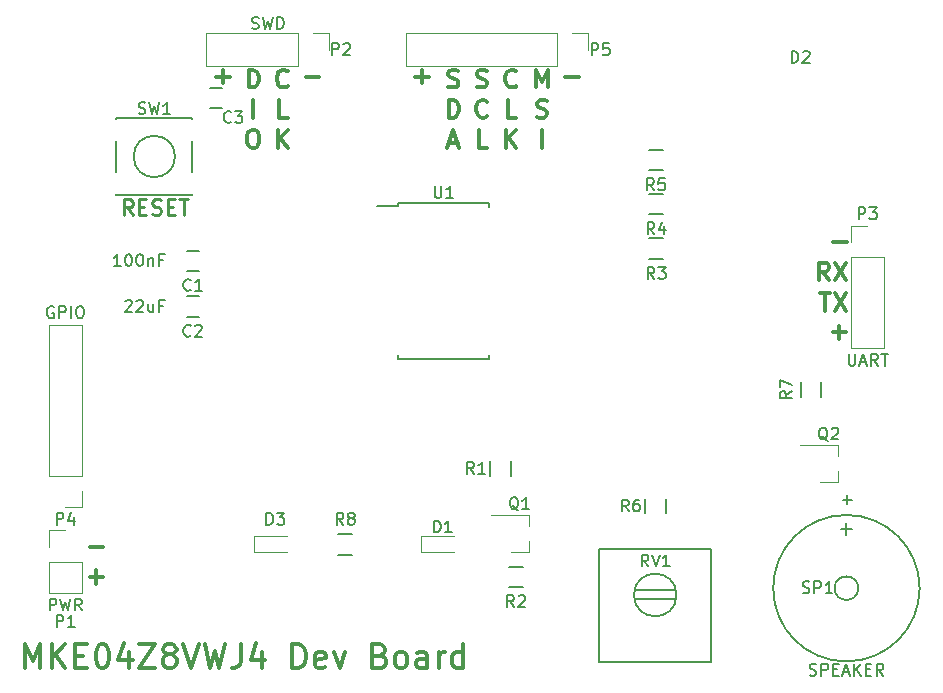
<source format=gto>
G04 #@! TF.FileFunction,Legend,Top*
%FSLAX46Y46*%
G04 Gerber Fmt 4.6, Leading zero omitted, Abs format (unit mm)*
G04 Created by KiCad (PCBNEW 4.0.4+e1-6308~48~ubuntu16.04.1-stable) date Thu Jan  5 19:53:31 2017*
%MOMM*%
%LPD*%
G01*
G04 APERTURE LIST*
%ADD10C,0.100000*%
%ADD11C,0.300000*%
%ADD12C,0.240000*%
%ADD13C,0.380000*%
%ADD14C,0.150000*%
%ADD15C,0.120000*%
G04 APERTURE END LIST*
D10*
D11*
X105103572Y-94232143D02*
X106246429Y-94232143D01*
X105103572Y-96757143D02*
X106246429Y-96757143D01*
X105675000Y-97328571D02*
X105675000Y-96185714D01*
X168003572Y-76032143D02*
X169146429Y-76032143D01*
X168575000Y-76603571D02*
X168575000Y-75460714D01*
X166957143Y-72703571D02*
X167814286Y-72703571D01*
X167385715Y-74203571D02*
X167385715Y-72703571D01*
X168171429Y-72703571D02*
X169171429Y-74203571D01*
X169171429Y-72703571D02*
X168171429Y-74203571D01*
X167675001Y-71628571D02*
X167175001Y-70914286D01*
X166817858Y-71628571D02*
X166817858Y-70128571D01*
X167389286Y-70128571D01*
X167532144Y-70200000D01*
X167603572Y-70271429D01*
X167675001Y-70414286D01*
X167675001Y-70628571D01*
X167603572Y-70771429D01*
X167532144Y-70842857D01*
X167389286Y-70914286D01*
X166817858Y-70914286D01*
X168175001Y-70128571D02*
X169175001Y-71628571D01*
X169175001Y-70128571D02*
X168175001Y-71628571D01*
X168053572Y-68382143D02*
X169196429Y-68382143D01*
D12*
X108736906Y-66088095D02*
X108303573Y-65469048D01*
X107994049Y-66088095D02*
X107994049Y-64788095D01*
X108489287Y-64788095D01*
X108613096Y-64850000D01*
X108675001Y-64911905D01*
X108736906Y-65035714D01*
X108736906Y-65221429D01*
X108675001Y-65345238D01*
X108613096Y-65407143D01*
X108489287Y-65469048D01*
X107994049Y-65469048D01*
X109294049Y-65407143D02*
X109727382Y-65407143D01*
X109913096Y-66088095D02*
X109294049Y-66088095D01*
X109294049Y-64788095D01*
X109913096Y-64788095D01*
X110408334Y-66026190D02*
X110594048Y-66088095D01*
X110903572Y-66088095D01*
X111027382Y-66026190D01*
X111089286Y-65964286D01*
X111151191Y-65840476D01*
X111151191Y-65716667D01*
X111089286Y-65592857D01*
X111027382Y-65530952D01*
X110903572Y-65469048D01*
X110655953Y-65407143D01*
X110532144Y-65345238D01*
X110470239Y-65283333D01*
X110408334Y-65159524D01*
X110408334Y-65035714D01*
X110470239Y-64911905D01*
X110532144Y-64850000D01*
X110655953Y-64788095D01*
X110965477Y-64788095D01*
X111151191Y-64850000D01*
X111708334Y-65407143D02*
X112141667Y-65407143D01*
X112327381Y-66088095D02*
X111708334Y-66088095D01*
X111708334Y-64788095D01*
X112327381Y-64788095D01*
X112698810Y-64788095D02*
X113441667Y-64788095D01*
X113070238Y-66088095D02*
X113070238Y-64788095D01*
D11*
X142900000Y-55303571D02*
X142900000Y-53803571D01*
X143400000Y-54875000D01*
X143900000Y-53803571D01*
X143900000Y-55303571D01*
X142971429Y-57782143D02*
X143185715Y-57853571D01*
X143542858Y-57853571D01*
X143685715Y-57782143D01*
X143757144Y-57710714D01*
X143828572Y-57567857D01*
X143828572Y-57425000D01*
X143757144Y-57282143D01*
X143685715Y-57210714D01*
X143542858Y-57139286D01*
X143257144Y-57067857D01*
X143114286Y-56996429D01*
X143042858Y-56925000D01*
X142971429Y-56782143D01*
X142971429Y-56639286D01*
X143042858Y-56496429D01*
X143114286Y-56425000D01*
X143257144Y-56353571D01*
X143614286Y-56353571D01*
X143828572Y-56425000D01*
X143400000Y-60403571D02*
X143400000Y-58903571D01*
X141239286Y-55160714D02*
X141167857Y-55232143D01*
X140953571Y-55303571D01*
X140810714Y-55303571D01*
X140596429Y-55232143D01*
X140453571Y-55089286D01*
X140382143Y-54946429D01*
X140310714Y-54660714D01*
X140310714Y-54446429D01*
X140382143Y-54160714D01*
X140453571Y-54017857D01*
X140596429Y-53875000D01*
X140810714Y-53803571D01*
X140953571Y-53803571D01*
X141167857Y-53875000D01*
X141239286Y-53946429D01*
X141239286Y-57853571D02*
X140525000Y-57853571D01*
X140525000Y-56353571D01*
X140382143Y-60403571D02*
X140382143Y-58903571D01*
X141239286Y-60403571D02*
X140596429Y-59546429D01*
X141239286Y-58903571D02*
X140382143Y-59760714D01*
X137871429Y-55232143D02*
X138085715Y-55303571D01*
X138442858Y-55303571D01*
X138585715Y-55232143D01*
X138657144Y-55160714D01*
X138728572Y-55017857D01*
X138728572Y-54875000D01*
X138657144Y-54732143D01*
X138585715Y-54660714D01*
X138442858Y-54589286D01*
X138157144Y-54517857D01*
X138014286Y-54446429D01*
X137942858Y-54375000D01*
X137871429Y-54232143D01*
X137871429Y-54089286D01*
X137942858Y-53946429D01*
X138014286Y-53875000D01*
X138157144Y-53803571D01*
X138514286Y-53803571D01*
X138728572Y-53875000D01*
X138764286Y-57710714D02*
X138692857Y-57782143D01*
X138478571Y-57853571D01*
X138335714Y-57853571D01*
X138121429Y-57782143D01*
X137978571Y-57639286D01*
X137907143Y-57496429D01*
X137835714Y-57210714D01*
X137835714Y-56996429D01*
X137907143Y-56710714D01*
X137978571Y-56567857D01*
X138121429Y-56425000D01*
X138335714Y-56353571D01*
X138478571Y-56353571D01*
X138692857Y-56425000D01*
X138764286Y-56496429D01*
X138764286Y-60403571D02*
X138050000Y-60403571D01*
X138050000Y-58903571D01*
X135471429Y-55232143D02*
X135685715Y-55303571D01*
X136042858Y-55303571D01*
X136185715Y-55232143D01*
X136257144Y-55160714D01*
X136328572Y-55017857D01*
X136328572Y-54875000D01*
X136257144Y-54732143D01*
X136185715Y-54660714D01*
X136042858Y-54589286D01*
X135757144Y-54517857D01*
X135614286Y-54446429D01*
X135542858Y-54375000D01*
X135471429Y-54232143D01*
X135471429Y-54089286D01*
X135542858Y-53946429D01*
X135614286Y-53875000D01*
X135757144Y-53803571D01*
X136114286Y-53803571D01*
X136328572Y-53875000D01*
X135507143Y-57853571D02*
X135507143Y-56353571D01*
X135864286Y-56353571D01*
X136078571Y-56425000D01*
X136221429Y-56567857D01*
X136292857Y-56710714D01*
X136364286Y-56996429D01*
X136364286Y-57210714D01*
X136292857Y-57496429D01*
X136221429Y-57639286D01*
X136078571Y-57782143D01*
X135864286Y-57853571D01*
X135507143Y-57853571D01*
X135542857Y-59975000D02*
X136257143Y-59975000D01*
X135400000Y-60403571D02*
X135900000Y-58903571D01*
X136400000Y-60403571D01*
X145378572Y-54382143D02*
X146521429Y-54382143D01*
X132678572Y-54382143D02*
X133821429Y-54382143D01*
X133250000Y-54953571D02*
X133250000Y-53810714D01*
X123403572Y-54382143D02*
X124546429Y-54382143D01*
X121864286Y-55160714D02*
X121792857Y-55232143D01*
X121578571Y-55303571D01*
X121435714Y-55303571D01*
X121221429Y-55232143D01*
X121078571Y-55089286D01*
X121007143Y-54946429D01*
X120935714Y-54660714D01*
X120935714Y-54446429D01*
X121007143Y-54160714D01*
X121078571Y-54017857D01*
X121221429Y-53875000D01*
X121435714Y-53803571D01*
X121578571Y-53803571D01*
X121792857Y-53875000D01*
X121864286Y-53946429D01*
X121864286Y-57853571D02*
X121150000Y-57853571D01*
X121150000Y-56353571D01*
X121007143Y-60403571D02*
X121007143Y-58903571D01*
X121864286Y-60403571D02*
X121221429Y-59546429D01*
X121864286Y-58903571D02*
X121007143Y-59760714D01*
X118557143Y-55303571D02*
X118557143Y-53803571D01*
X118914286Y-53803571D01*
X119128571Y-53875000D01*
X119271429Y-54017857D01*
X119342857Y-54160714D01*
X119414286Y-54446429D01*
X119414286Y-54660714D01*
X119342857Y-54946429D01*
X119271429Y-55089286D01*
X119128571Y-55232143D01*
X118914286Y-55303571D01*
X118557143Y-55303571D01*
X118950000Y-57853571D02*
X118950000Y-56353571D01*
X118807143Y-58903571D02*
X119092857Y-58903571D01*
X119235715Y-58975000D01*
X119378572Y-59117857D01*
X119450000Y-59403571D01*
X119450000Y-59903571D01*
X119378572Y-60189286D01*
X119235715Y-60332143D01*
X119092857Y-60403571D01*
X118807143Y-60403571D01*
X118664286Y-60332143D01*
X118521429Y-60189286D01*
X118450000Y-59903571D01*
X118450000Y-59403571D01*
X118521429Y-59117857D01*
X118664286Y-58975000D01*
X118807143Y-58903571D01*
X115828572Y-54382143D02*
X116971429Y-54382143D01*
X116400000Y-54953571D02*
X116400000Y-53810714D01*
D13*
X99603570Y-104454762D02*
X99603570Y-102454762D01*
X100270237Y-103883333D01*
X100936904Y-102454762D01*
X100936904Y-104454762D01*
X101889284Y-104454762D02*
X101889284Y-102454762D01*
X103032142Y-104454762D02*
X102174999Y-103311905D01*
X103032142Y-102454762D02*
X101889284Y-103597619D01*
X103889284Y-103407143D02*
X104555951Y-103407143D01*
X104841665Y-104454762D02*
X103889284Y-104454762D01*
X103889284Y-102454762D01*
X104841665Y-102454762D01*
X106079761Y-102454762D02*
X106270237Y-102454762D01*
X106460713Y-102550000D01*
X106555951Y-102645238D01*
X106651189Y-102835714D01*
X106746428Y-103216667D01*
X106746428Y-103692857D01*
X106651189Y-104073810D01*
X106555951Y-104264286D01*
X106460713Y-104359524D01*
X106270237Y-104454762D01*
X106079761Y-104454762D01*
X105889285Y-104359524D01*
X105794047Y-104264286D01*
X105698808Y-104073810D01*
X105603570Y-103692857D01*
X105603570Y-103216667D01*
X105698808Y-102835714D01*
X105794047Y-102645238D01*
X105889285Y-102550000D01*
X106079761Y-102454762D01*
X108460713Y-103121429D02*
X108460713Y-104454762D01*
X107984523Y-102359524D02*
X107508332Y-103788095D01*
X108746428Y-103788095D01*
X109317856Y-102454762D02*
X110651190Y-102454762D01*
X109317856Y-104454762D01*
X110651190Y-104454762D01*
X111698809Y-103311905D02*
X111508333Y-103216667D01*
X111413094Y-103121429D01*
X111317856Y-102930952D01*
X111317856Y-102835714D01*
X111413094Y-102645238D01*
X111508333Y-102550000D01*
X111698809Y-102454762D01*
X112079761Y-102454762D01*
X112270237Y-102550000D01*
X112365475Y-102645238D01*
X112460714Y-102835714D01*
X112460714Y-102930952D01*
X112365475Y-103121429D01*
X112270237Y-103216667D01*
X112079761Y-103311905D01*
X111698809Y-103311905D01*
X111508333Y-103407143D01*
X111413094Y-103502381D01*
X111317856Y-103692857D01*
X111317856Y-104073810D01*
X111413094Y-104264286D01*
X111508333Y-104359524D01*
X111698809Y-104454762D01*
X112079761Y-104454762D01*
X112270237Y-104359524D01*
X112365475Y-104264286D01*
X112460714Y-104073810D01*
X112460714Y-103692857D01*
X112365475Y-103502381D01*
X112270237Y-103407143D01*
X112079761Y-103311905D01*
X113032142Y-102454762D02*
X113698809Y-104454762D01*
X114365476Y-102454762D01*
X114841666Y-102454762D02*
X115317857Y-104454762D01*
X115698809Y-103026190D01*
X116079762Y-104454762D01*
X116555952Y-102454762D01*
X117889285Y-102454762D02*
X117889285Y-103883333D01*
X117794047Y-104169048D01*
X117603571Y-104359524D01*
X117317856Y-104454762D01*
X117127380Y-104454762D01*
X119698809Y-103121429D02*
X119698809Y-104454762D01*
X119222619Y-102359524D02*
X118746428Y-103788095D01*
X119984524Y-103788095D01*
X122270238Y-104454762D02*
X122270238Y-102454762D01*
X122746429Y-102454762D01*
X123032143Y-102550000D01*
X123222619Y-102740476D01*
X123317858Y-102930952D01*
X123413096Y-103311905D01*
X123413096Y-103597619D01*
X123317858Y-103978571D01*
X123222619Y-104169048D01*
X123032143Y-104359524D01*
X122746429Y-104454762D01*
X122270238Y-104454762D01*
X125032143Y-104359524D02*
X124841667Y-104454762D01*
X124460715Y-104454762D01*
X124270238Y-104359524D01*
X124175000Y-104169048D01*
X124175000Y-103407143D01*
X124270238Y-103216667D01*
X124460715Y-103121429D01*
X124841667Y-103121429D01*
X125032143Y-103216667D01*
X125127381Y-103407143D01*
X125127381Y-103597619D01*
X124175000Y-103788095D01*
X125794048Y-103121429D02*
X126270239Y-104454762D01*
X126746429Y-103121429D01*
X129698811Y-103407143D02*
X129984525Y-103502381D01*
X130079764Y-103597619D01*
X130175002Y-103788095D01*
X130175002Y-104073810D01*
X130079764Y-104264286D01*
X129984525Y-104359524D01*
X129794049Y-104454762D01*
X129032144Y-104454762D01*
X129032144Y-102454762D01*
X129698811Y-102454762D01*
X129889287Y-102550000D01*
X129984525Y-102645238D01*
X130079764Y-102835714D01*
X130079764Y-103026190D01*
X129984525Y-103216667D01*
X129889287Y-103311905D01*
X129698811Y-103407143D01*
X129032144Y-103407143D01*
X131317859Y-104454762D02*
X131127383Y-104359524D01*
X131032144Y-104264286D01*
X130936906Y-104073810D01*
X130936906Y-103502381D01*
X131032144Y-103311905D01*
X131127383Y-103216667D01*
X131317859Y-103121429D01*
X131603573Y-103121429D01*
X131794049Y-103216667D01*
X131889287Y-103311905D01*
X131984525Y-103502381D01*
X131984525Y-104073810D01*
X131889287Y-104264286D01*
X131794049Y-104359524D01*
X131603573Y-104454762D01*
X131317859Y-104454762D01*
X133698811Y-104454762D02*
X133698811Y-103407143D01*
X133603573Y-103216667D01*
X133413097Y-103121429D01*
X133032145Y-103121429D01*
X132841668Y-103216667D01*
X133698811Y-104359524D02*
X133508335Y-104454762D01*
X133032145Y-104454762D01*
X132841668Y-104359524D01*
X132746430Y-104169048D01*
X132746430Y-103978571D01*
X132841668Y-103788095D01*
X133032145Y-103692857D01*
X133508335Y-103692857D01*
X133698811Y-103597619D01*
X134651192Y-104454762D02*
X134651192Y-103121429D01*
X134651192Y-103502381D02*
X134746431Y-103311905D01*
X134841669Y-103216667D01*
X135032145Y-103121429D01*
X135222621Y-103121429D01*
X136746430Y-104454762D02*
X136746430Y-102454762D01*
X136746430Y-104359524D02*
X136555954Y-104454762D01*
X136175002Y-104454762D01*
X135984526Y-104359524D01*
X135889287Y-104264286D01*
X135794049Y-104073810D01*
X135794049Y-103502381D01*
X135889287Y-103311905D01*
X135984526Y-103216667D01*
X136175002Y-103121429D01*
X136555954Y-103121429D01*
X136746430Y-103216667D01*
D14*
X167050000Y-80275000D02*
X167050000Y-81475000D01*
X165300000Y-81475000D02*
X165300000Y-80275000D01*
X113375000Y-70825000D02*
X114375000Y-70825000D01*
X114375000Y-69125000D02*
X113375000Y-69125000D01*
X113325000Y-74700000D02*
X114325000Y-74700000D01*
X114325000Y-73000000D02*
X113325000Y-73000000D01*
D15*
X133175000Y-93275000D02*
X133175000Y-94675000D01*
X133175000Y-94675000D02*
X135975000Y-94675000D01*
X133175000Y-93275000D02*
X135975000Y-93275000D01*
X101660000Y-95470000D02*
X101660000Y-98130000D01*
X101660000Y-98130000D02*
X104440000Y-98130000D01*
X104440000Y-98130000D02*
X104440000Y-95470000D01*
X104440000Y-95470000D02*
X101660000Y-95470000D01*
X101660000Y-94200000D02*
X101660000Y-92810000D01*
X101660000Y-92810000D02*
X103050000Y-92810000D01*
X122720000Y-50710000D02*
X114980000Y-50710000D01*
X114980000Y-50710000D02*
X114980000Y-53490000D01*
X114980000Y-53490000D02*
X122720000Y-53490000D01*
X122720000Y-53490000D02*
X122720000Y-50710000D01*
X123990000Y-50710000D02*
X125380000Y-50710000D01*
X125380000Y-50710000D02*
X125380000Y-52100000D01*
X169560000Y-69665000D02*
X169560000Y-77405000D01*
X169560000Y-77405000D02*
X172340000Y-77405000D01*
X172340000Y-77405000D02*
X172340000Y-69665000D01*
X172340000Y-69665000D02*
X169560000Y-69665000D01*
X169560000Y-68395000D02*
X169560000Y-67005000D01*
X169560000Y-67005000D02*
X170950000Y-67005000D01*
X142260000Y-94630000D02*
X142260000Y-93700000D01*
X142260000Y-91470000D02*
X142260000Y-92400000D01*
X142260000Y-91470000D02*
X139100000Y-91470000D01*
X142260000Y-94630000D02*
X140800000Y-94630000D01*
X168435000Y-88730000D02*
X168435000Y-87800000D01*
X168435000Y-85570000D02*
X168435000Y-86500000D01*
X168435000Y-85570000D02*
X165275000Y-85570000D01*
X168435000Y-88730000D02*
X166975000Y-88730000D01*
D14*
X140775000Y-86975000D02*
X140775000Y-88175000D01*
X139025000Y-88175000D02*
X139025000Y-86975000D01*
X140600000Y-95875000D02*
X141800000Y-95875000D01*
X141800000Y-97625000D02*
X140600000Y-97625000D01*
X152475000Y-68075000D02*
X153675000Y-68075000D01*
X153675000Y-69825000D02*
X152475000Y-69825000D01*
X152475000Y-64300000D02*
X153675000Y-64300000D01*
X153675000Y-66050000D02*
X152475000Y-66050000D01*
X152450000Y-60575000D02*
X153650000Y-60575000D01*
X153650000Y-62325000D02*
X152450000Y-62325000D01*
X168674620Y-92698740D02*
X169675380Y-92698740D01*
X169175000Y-93199120D02*
X169175000Y-92200900D01*
X170175760Y-97700000D02*
G75*
G03X170175760Y-97700000I-1000760J0D01*
G01*
X175375140Y-97700000D02*
G75*
G03X175375140Y-97700000I-6200140J0D01*
G01*
D15*
X104440000Y-88200000D02*
X104440000Y-75380000D01*
X104440000Y-75380000D02*
X101660000Y-75380000D01*
X101660000Y-75380000D02*
X101660000Y-88200000D01*
X101660000Y-88200000D02*
X104440000Y-88200000D01*
X104440000Y-89470000D02*
X104440000Y-90860000D01*
X104440000Y-90860000D02*
X103050000Y-90860000D01*
X144675000Y-50735000D02*
X131855000Y-50735000D01*
X131855000Y-50735000D02*
X131855000Y-53515000D01*
X131855000Y-53515000D02*
X144675000Y-53515000D01*
X144675000Y-53515000D02*
X144675000Y-50735000D01*
X145945000Y-50735000D02*
X147335000Y-50735000D01*
X147335000Y-50735000D02*
X147335000Y-52125000D01*
D14*
X112325714Y-61150000D02*
G75*
G03X112325714Y-61150000I-1750714J0D01*
G01*
X113800000Y-57925000D02*
X113800000Y-57950000D01*
X113800000Y-64375000D02*
X113800000Y-64350000D01*
X107350000Y-64375000D02*
X107350000Y-64350000D01*
X107350000Y-57950000D02*
X107350000Y-57925000D01*
X113800000Y-59850000D02*
X113800000Y-62450000D01*
X107350000Y-57925000D02*
X113800000Y-57925000D01*
X107350000Y-59850000D02*
X107350000Y-62450000D01*
X107350000Y-64375000D02*
X113800000Y-64375000D01*
X131200000Y-65115000D02*
X131200000Y-65365000D01*
X138950000Y-65115000D02*
X138950000Y-65450000D01*
X138950000Y-78265000D02*
X138950000Y-77930000D01*
X131200000Y-78265000D02*
X131200000Y-77930000D01*
X131200000Y-65115000D02*
X138950000Y-65115000D01*
X131200000Y-78265000D02*
X138950000Y-78265000D01*
X131200000Y-65365000D02*
X129400000Y-65365000D01*
X116300000Y-55325000D02*
X115300000Y-55325000D01*
X115300000Y-57025000D02*
X116300000Y-57025000D01*
X153875000Y-90150000D02*
X153875000Y-91350000D01*
X152125000Y-91350000D02*
X152125000Y-90150000D01*
X151285000Y-97895000D02*
X154685000Y-97895000D01*
X151285000Y-98655000D02*
X154685000Y-98655000D01*
X148220000Y-94385000D02*
X157750000Y-94385000D01*
X157750000Y-94385000D02*
X157750000Y-103915000D01*
X157750000Y-103915000D02*
X148220000Y-103915000D01*
X148220000Y-103915000D02*
X148220000Y-94385000D01*
X154786735Y-98275000D02*
G75*
G03X154786735Y-98275000I-1801735J0D01*
G01*
D15*
X119000000Y-93275000D02*
X119000000Y-94675000D01*
X119000000Y-94675000D02*
X121800000Y-94675000D01*
X119000000Y-93275000D02*
X121800000Y-93275000D01*
D14*
X127350000Y-94850000D02*
X126150000Y-94850000D01*
X126150000Y-93100000D02*
X127350000Y-93100000D01*
X164527381Y-81041666D02*
X164051190Y-81375000D01*
X164527381Y-81613095D02*
X163527381Y-81613095D01*
X163527381Y-81232142D01*
X163575000Y-81136904D01*
X163622619Y-81089285D01*
X163717857Y-81041666D01*
X163860714Y-81041666D01*
X163955952Y-81089285D01*
X164003571Y-81136904D01*
X164051190Y-81232142D01*
X164051190Y-81613095D01*
X163527381Y-80708333D02*
X163527381Y-80041666D01*
X164527381Y-80470238D01*
X113658334Y-72432143D02*
X113610715Y-72479762D01*
X113467858Y-72527381D01*
X113372620Y-72527381D01*
X113229762Y-72479762D01*
X113134524Y-72384524D01*
X113086905Y-72289286D01*
X113039286Y-72098810D01*
X113039286Y-71955952D01*
X113086905Y-71765476D01*
X113134524Y-71670238D01*
X113229762Y-71575000D01*
X113372620Y-71527381D01*
X113467858Y-71527381D01*
X113610715Y-71575000D01*
X113658334Y-71622619D01*
X114610715Y-72527381D02*
X114039286Y-72527381D01*
X114325000Y-72527381D02*
X114325000Y-71527381D01*
X114229762Y-71670238D01*
X114134524Y-71765476D01*
X114039286Y-71813095D01*
X107726191Y-70427381D02*
X107154762Y-70427381D01*
X107440476Y-70427381D02*
X107440476Y-69427381D01*
X107345238Y-69570238D01*
X107250000Y-69665476D01*
X107154762Y-69713095D01*
X108345238Y-69427381D02*
X108440477Y-69427381D01*
X108535715Y-69475000D01*
X108583334Y-69522619D01*
X108630953Y-69617857D01*
X108678572Y-69808333D01*
X108678572Y-70046429D01*
X108630953Y-70236905D01*
X108583334Y-70332143D01*
X108535715Y-70379762D01*
X108440477Y-70427381D01*
X108345238Y-70427381D01*
X108250000Y-70379762D01*
X108202381Y-70332143D01*
X108154762Y-70236905D01*
X108107143Y-70046429D01*
X108107143Y-69808333D01*
X108154762Y-69617857D01*
X108202381Y-69522619D01*
X108250000Y-69475000D01*
X108345238Y-69427381D01*
X109297619Y-69427381D02*
X109392858Y-69427381D01*
X109488096Y-69475000D01*
X109535715Y-69522619D01*
X109583334Y-69617857D01*
X109630953Y-69808333D01*
X109630953Y-70046429D01*
X109583334Y-70236905D01*
X109535715Y-70332143D01*
X109488096Y-70379762D01*
X109392858Y-70427381D01*
X109297619Y-70427381D01*
X109202381Y-70379762D01*
X109154762Y-70332143D01*
X109107143Y-70236905D01*
X109059524Y-70046429D01*
X109059524Y-69808333D01*
X109107143Y-69617857D01*
X109154762Y-69522619D01*
X109202381Y-69475000D01*
X109297619Y-69427381D01*
X110059524Y-69760714D02*
X110059524Y-70427381D01*
X110059524Y-69855952D02*
X110107143Y-69808333D01*
X110202381Y-69760714D01*
X110345239Y-69760714D01*
X110440477Y-69808333D01*
X110488096Y-69903571D01*
X110488096Y-70427381D01*
X111297620Y-69903571D02*
X110964286Y-69903571D01*
X110964286Y-70427381D02*
X110964286Y-69427381D01*
X111440477Y-69427381D01*
X113658334Y-76307143D02*
X113610715Y-76354762D01*
X113467858Y-76402381D01*
X113372620Y-76402381D01*
X113229762Y-76354762D01*
X113134524Y-76259524D01*
X113086905Y-76164286D01*
X113039286Y-75973810D01*
X113039286Y-75830952D01*
X113086905Y-75640476D01*
X113134524Y-75545238D01*
X113229762Y-75450000D01*
X113372620Y-75402381D01*
X113467858Y-75402381D01*
X113610715Y-75450000D01*
X113658334Y-75497619D01*
X114039286Y-75497619D02*
X114086905Y-75450000D01*
X114182143Y-75402381D01*
X114420239Y-75402381D01*
X114515477Y-75450000D01*
X114563096Y-75497619D01*
X114610715Y-75592857D01*
X114610715Y-75688095D01*
X114563096Y-75830952D01*
X113991667Y-76402381D01*
X114610715Y-76402381D01*
X108107143Y-73397619D02*
X108154762Y-73350000D01*
X108250000Y-73302381D01*
X108488096Y-73302381D01*
X108583334Y-73350000D01*
X108630953Y-73397619D01*
X108678572Y-73492857D01*
X108678572Y-73588095D01*
X108630953Y-73730952D01*
X108059524Y-74302381D01*
X108678572Y-74302381D01*
X109059524Y-73397619D02*
X109107143Y-73350000D01*
X109202381Y-73302381D01*
X109440477Y-73302381D01*
X109535715Y-73350000D01*
X109583334Y-73397619D01*
X109630953Y-73492857D01*
X109630953Y-73588095D01*
X109583334Y-73730952D01*
X109011905Y-74302381D01*
X109630953Y-74302381D01*
X110488096Y-73635714D02*
X110488096Y-74302381D01*
X110059524Y-73635714D02*
X110059524Y-74159524D01*
X110107143Y-74254762D01*
X110202381Y-74302381D01*
X110345239Y-74302381D01*
X110440477Y-74254762D01*
X110488096Y-74207143D01*
X111297620Y-73778571D02*
X110964286Y-73778571D01*
X110964286Y-74302381D02*
X110964286Y-73302381D01*
X111440477Y-73302381D01*
X134236905Y-92977381D02*
X134236905Y-91977381D01*
X134475000Y-91977381D01*
X134617858Y-92025000D01*
X134713096Y-92120238D01*
X134760715Y-92215476D01*
X134808334Y-92405952D01*
X134808334Y-92548810D01*
X134760715Y-92739286D01*
X134713096Y-92834524D01*
X134617858Y-92929762D01*
X134475000Y-92977381D01*
X134236905Y-92977381D01*
X135760715Y-92977381D02*
X135189286Y-92977381D01*
X135475000Y-92977381D02*
X135475000Y-91977381D01*
X135379762Y-92120238D01*
X135284524Y-92215476D01*
X135189286Y-92263095D01*
X164536905Y-53227381D02*
X164536905Y-52227381D01*
X164775000Y-52227381D01*
X164917858Y-52275000D01*
X165013096Y-52370238D01*
X165060715Y-52465476D01*
X165108334Y-52655952D01*
X165108334Y-52798810D01*
X165060715Y-52989286D01*
X165013096Y-53084524D01*
X164917858Y-53179762D01*
X164775000Y-53227381D01*
X164536905Y-53227381D01*
X165489286Y-52322619D02*
X165536905Y-52275000D01*
X165632143Y-52227381D01*
X165870239Y-52227381D01*
X165965477Y-52275000D01*
X166013096Y-52322619D01*
X166060715Y-52417857D01*
X166060715Y-52513095D01*
X166013096Y-52655952D01*
X165441667Y-53227381D01*
X166060715Y-53227381D01*
X102311905Y-100977381D02*
X102311905Y-99977381D01*
X102692858Y-99977381D01*
X102788096Y-100025000D01*
X102835715Y-100072619D01*
X102883334Y-100167857D01*
X102883334Y-100310714D01*
X102835715Y-100405952D01*
X102788096Y-100453571D01*
X102692858Y-100501190D01*
X102311905Y-100501190D01*
X103835715Y-100977381D02*
X103264286Y-100977381D01*
X103550000Y-100977381D02*
X103550000Y-99977381D01*
X103454762Y-100120238D01*
X103359524Y-100215476D01*
X103264286Y-100263095D01*
X101716667Y-99582381D02*
X101716667Y-98582381D01*
X102097620Y-98582381D01*
X102192858Y-98630000D01*
X102240477Y-98677619D01*
X102288096Y-98772857D01*
X102288096Y-98915714D01*
X102240477Y-99010952D01*
X102192858Y-99058571D01*
X102097620Y-99106190D01*
X101716667Y-99106190D01*
X102621429Y-98582381D02*
X102859524Y-99582381D01*
X103050001Y-98868095D01*
X103240477Y-99582381D01*
X103478572Y-98582381D01*
X104430953Y-99582381D02*
X104097619Y-99106190D01*
X103859524Y-99582381D02*
X103859524Y-98582381D01*
X104240477Y-98582381D01*
X104335715Y-98630000D01*
X104383334Y-98677619D01*
X104430953Y-98772857D01*
X104430953Y-98915714D01*
X104383334Y-99010952D01*
X104335715Y-99058571D01*
X104240477Y-99106190D01*
X103859524Y-99106190D01*
X125641905Y-52552381D02*
X125641905Y-51552381D01*
X126022858Y-51552381D01*
X126118096Y-51600000D01*
X126165715Y-51647619D01*
X126213334Y-51742857D01*
X126213334Y-51885714D01*
X126165715Y-51980952D01*
X126118096Y-52028571D01*
X126022858Y-52076190D01*
X125641905Y-52076190D01*
X126594286Y-51647619D02*
X126641905Y-51600000D01*
X126737143Y-51552381D01*
X126975239Y-51552381D01*
X127070477Y-51600000D01*
X127118096Y-51647619D01*
X127165715Y-51742857D01*
X127165715Y-51838095D01*
X127118096Y-51980952D01*
X126546667Y-52552381D01*
X127165715Y-52552381D01*
X118842857Y-50304762D02*
X118985714Y-50352381D01*
X119223810Y-50352381D01*
X119319048Y-50304762D01*
X119366667Y-50257143D01*
X119414286Y-50161905D01*
X119414286Y-50066667D01*
X119366667Y-49971429D01*
X119319048Y-49923810D01*
X119223810Y-49876190D01*
X119033333Y-49828571D01*
X118938095Y-49780952D01*
X118890476Y-49733333D01*
X118842857Y-49638095D01*
X118842857Y-49542857D01*
X118890476Y-49447619D01*
X118938095Y-49400000D01*
X119033333Y-49352381D01*
X119271429Y-49352381D01*
X119414286Y-49400000D01*
X119747619Y-49352381D02*
X119985714Y-50352381D01*
X120176191Y-49638095D01*
X120366667Y-50352381D01*
X120604762Y-49352381D01*
X120985714Y-50352381D02*
X120985714Y-49352381D01*
X121223809Y-49352381D01*
X121366667Y-49400000D01*
X121461905Y-49495238D01*
X121509524Y-49590476D01*
X121557143Y-49780952D01*
X121557143Y-49923810D01*
X121509524Y-50114286D01*
X121461905Y-50209524D01*
X121366667Y-50304762D01*
X121223809Y-50352381D01*
X120985714Y-50352381D01*
X170211905Y-66457381D02*
X170211905Y-65457381D01*
X170592858Y-65457381D01*
X170688096Y-65505000D01*
X170735715Y-65552619D01*
X170783334Y-65647857D01*
X170783334Y-65790714D01*
X170735715Y-65885952D01*
X170688096Y-65933571D01*
X170592858Y-65981190D01*
X170211905Y-65981190D01*
X171116667Y-65457381D02*
X171735715Y-65457381D01*
X171402381Y-65838333D01*
X171545239Y-65838333D01*
X171640477Y-65885952D01*
X171688096Y-65933571D01*
X171735715Y-66028810D01*
X171735715Y-66266905D01*
X171688096Y-66362143D01*
X171640477Y-66409762D01*
X171545239Y-66457381D01*
X171259524Y-66457381D01*
X171164286Y-66409762D01*
X171116667Y-66362143D01*
X169354762Y-77857381D02*
X169354762Y-78666905D01*
X169402381Y-78762143D01*
X169450000Y-78809762D01*
X169545238Y-78857381D01*
X169735715Y-78857381D01*
X169830953Y-78809762D01*
X169878572Y-78762143D01*
X169926191Y-78666905D01*
X169926191Y-77857381D01*
X170354762Y-78571667D02*
X170830953Y-78571667D01*
X170259524Y-78857381D02*
X170592857Y-77857381D01*
X170926191Y-78857381D01*
X171830953Y-78857381D02*
X171497619Y-78381190D01*
X171259524Y-78857381D02*
X171259524Y-77857381D01*
X171640477Y-77857381D01*
X171735715Y-77905000D01*
X171783334Y-77952619D01*
X171830953Y-78047857D01*
X171830953Y-78190714D01*
X171783334Y-78285952D01*
X171735715Y-78333571D01*
X171640477Y-78381190D01*
X171259524Y-78381190D01*
X172116667Y-77857381D02*
X172688096Y-77857381D01*
X172402381Y-78857381D02*
X172402381Y-77857381D01*
X141404762Y-91097619D02*
X141309524Y-91050000D01*
X141214286Y-90954762D01*
X141071429Y-90811905D01*
X140976190Y-90764286D01*
X140880952Y-90764286D01*
X140928571Y-91002381D02*
X140833333Y-90954762D01*
X140738095Y-90859524D01*
X140690476Y-90669048D01*
X140690476Y-90335714D01*
X140738095Y-90145238D01*
X140833333Y-90050000D01*
X140928571Y-90002381D01*
X141119048Y-90002381D01*
X141214286Y-90050000D01*
X141309524Y-90145238D01*
X141357143Y-90335714D01*
X141357143Y-90669048D01*
X141309524Y-90859524D01*
X141214286Y-90954762D01*
X141119048Y-91002381D01*
X140928571Y-91002381D01*
X142309524Y-91002381D02*
X141738095Y-91002381D01*
X142023809Y-91002381D02*
X142023809Y-90002381D01*
X141928571Y-90145238D01*
X141833333Y-90240476D01*
X141738095Y-90288095D01*
X167579762Y-85197619D02*
X167484524Y-85150000D01*
X167389286Y-85054762D01*
X167246429Y-84911905D01*
X167151190Y-84864286D01*
X167055952Y-84864286D01*
X167103571Y-85102381D02*
X167008333Y-85054762D01*
X166913095Y-84959524D01*
X166865476Y-84769048D01*
X166865476Y-84435714D01*
X166913095Y-84245238D01*
X167008333Y-84150000D01*
X167103571Y-84102381D01*
X167294048Y-84102381D01*
X167389286Y-84150000D01*
X167484524Y-84245238D01*
X167532143Y-84435714D01*
X167532143Y-84769048D01*
X167484524Y-84959524D01*
X167389286Y-85054762D01*
X167294048Y-85102381D01*
X167103571Y-85102381D01*
X167913095Y-84197619D02*
X167960714Y-84150000D01*
X168055952Y-84102381D01*
X168294048Y-84102381D01*
X168389286Y-84150000D01*
X168436905Y-84197619D01*
X168484524Y-84292857D01*
X168484524Y-84388095D01*
X168436905Y-84530952D01*
X167865476Y-85102381D01*
X168484524Y-85102381D01*
X137633334Y-88027381D02*
X137300000Y-87551190D01*
X137061905Y-88027381D02*
X137061905Y-87027381D01*
X137442858Y-87027381D01*
X137538096Y-87075000D01*
X137585715Y-87122619D01*
X137633334Y-87217857D01*
X137633334Y-87360714D01*
X137585715Y-87455952D01*
X137538096Y-87503571D01*
X137442858Y-87551190D01*
X137061905Y-87551190D01*
X138585715Y-88027381D02*
X138014286Y-88027381D01*
X138300000Y-88027381D02*
X138300000Y-87027381D01*
X138204762Y-87170238D01*
X138109524Y-87265476D01*
X138014286Y-87313095D01*
X141033334Y-99302381D02*
X140700000Y-98826190D01*
X140461905Y-99302381D02*
X140461905Y-98302381D01*
X140842858Y-98302381D01*
X140938096Y-98350000D01*
X140985715Y-98397619D01*
X141033334Y-98492857D01*
X141033334Y-98635714D01*
X140985715Y-98730952D01*
X140938096Y-98778571D01*
X140842858Y-98826190D01*
X140461905Y-98826190D01*
X141414286Y-98397619D02*
X141461905Y-98350000D01*
X141557143Y-98302381D01*
X141795239Y-98302381D01*
X141890477Y-98350000D01*
X141938096Y-98397619D01*
X141985715Y-98492857D01*
X141985715Y-98588095D01*
X141938096Y-98730952D01*
X141366667Y-99302381D01*
X141985715Y-99302381D01*
X152908334Y-71502381D02*
X152575000Y-71026190D01*
X152336905Y-71502381D02*
X152336905Y-70502381D01*
X152717858Y-70502381D01*
X152813096Y-70550000D01*
X152860715Y-70597619D01*
X152908334Y-70692857D01*
X152908334Y-70835714D01*
X152860715Y-70930952D01*
X152813096Y-70978571D01*
X152717858Y-71026190D01*
X152336905Y-71026190D01*
X153241667Y-70502381D02*
X153860715Y-70502381D01*
X153527381Y-70883333D01*
X153670239Y-70883333D01*
X153765477Y-70930952D01*
X153813096Y-70978571D01*
X153860715Y-71073810D01*
X153860715Y-71311905D01*
X153813096Y-71407143D01*
X153765477Y-71454762D01*
X153670239Y-71502381D01*
X153384524Y-71502381D01*
X153289286Y-71454762D01*
X153241667Y-71407143D01*
X152908334Y-67727381D02*
X152575000Y-67251190D01*
X152336905Y-67727381D02*
X152336905Y-66727381D01*
X152717858Y-66727381D01*
X152813096Y-66775000D01*
X152860715Y-66822619D01*
X152908334Y-66917857D01*
X152908334Y-67060714D01*
X152860715Y-67155952D01*
X152813096Y-67203571D01*
X152717858Y-67251190D01*
X152336905Y-67251190D01*
X153765477Y-67060714D02*
X153765477Y-67727381D01*
X153527381Y-66679762D02*
X153289286Y-67394048D01*
X153908334Y-67394048D01*
X152883334Y-64002381D02*
X152550000Y-63526190D01*
X152311905Y-64002381D02*
X152311905Y-63002381D01*
X152692858Y-63002381D01*
X152788096Y-63050000D01*
X152835715Y-63097619D01*
X152883334Y-63192857D01*
X152883334Y-63335714D01*
X152835715Y-63430952D01*
X152788096Y-63478571D01*
X152692858Y-63526190D01*
X152311905Y-63526190D01*
X153788096Y-63002381D02*
X153311905Y-63002381D01*
X153264286Y-63478571D01*
X153311905Y-63430952D01*
X153407143Y-63383333D01*
X153645239Y-63383333D01*
X153740477Y-63430952D01*
X153788096Y-63478571D01*
X153835715Y-63573810D01*
X153835715Y-63811905D01*
X153788096Y-63907143D01*
X153740477Y-63954762D01*
X153645239Y-64002381D01*
X153407143Y-64002381D01*
X153311905Y-63954762D01*
X153264286Y-63907143D01*
X165463095Y-98079762D02*
X165605952Y-98127381D01*
X165844048Y-98127381D01*
X165939286Y-98079762D01*
X165986905Y-98032143D01*
X166034524Y-97936905D01*
X166034524Y-97841667D01*
X165986905Y-97746429D01*
X165939286Y-97698810D01*
X165844048Y-97651190D01*
X165653571Y-97603571D01*
X165558333Y-97555952D01*
X165510714Y-97508333D01*
X165463095Y-97413095D01*
X165463095Y-97317857D01*
X165510714Y-97222619D01*
X165558333Y-97175000D01*
X165653571Y-97127381D01*
X165891667Y-97127381D01*
X166034524Y-97175000D01*
X166463095Y-98127381D02*
X166463095Y-97127381D01*
X166844048Y-97127381D01*
X166939286Y-97175000D01*
X166986905Y-97222619D01*
X167034524Y-97317857D01*
X167034524Y-97460714D01*
X166986905Y-97555952D01*
X166939286Y-97603571D01*
X166844048Y-97651190D01*
X166463095Y-97651190D01*
X167986905Y-98127381D02*
X167415476Y-98127381D01*
X167701190Y-98127381D02*
X167701190Y-97127381D01*
X167605952Y-97270238D01*
X167510714Y-97365476D01*
X167415476Y-97413095D01*
X166055952Y-105054762D02*
X166198809Y-105102381D01*
X166436905Y-105102381D01*
X166532143Y-105054762D01*
X166579762Y-105007143D01*
X166627381Y-104911905D01*
X166627381Y-104816667D01*
X166579762Y-104721429D01*
X166532143Y-104673810D01*
X166436905Y-104626190D01*
X166246428Y-104578571D01*
X166151190Y-104530952D01*
X166103571Y-104483333D01*
X166055952Y-104388095D01*
X166055952Y-104292857D01*
X166103571Y-104197619D01*
X166151190Y-104150000D01*
X166246428Y-104102381D01*
X166484524Y-104102381D01*
X166627381Y-104150000D01*
X167055952Y-105102381D02*
X167055952Y-104102381D01*
X167436905Y-104102381D01*
X167532143Y-104150000D01*
X167579762Y-104197619D01*
X167627381Y-104292857D01*
X167627381Y-104435714D01*
X167579762Y-104530952D01*
X167532143Y-104578571D01*
X167436905Y-104626190D01*
X167055952Y-104626190D01*
X168055952Y-104578571D02*
X168389286Y-104578571D01*
X168532143Y-105102381D02*
X168055952Y-105102381D01*
X168055952Y-104102381D01*
X168532143Y-104102381D01*
X168913095Y-104816667D02*
X169389286Y-104816667D01*
X168817857Y-105102381D02*
X169151190Y-104102381D01*
X169484524Y-105102381D01*
X169817857Y-105102381D02*
X169817857Y-104102381D01*
X170389286Y-105102381D02*
X169960714Y-104530952D01*
X170389286Y-104102381D02*
X169817857Y-104673810D01*
X170817857Y-104578571D02*
X171151191Y-104578571D01*
X171294048Y-105102381D02*
X170817857Y-105102381D01*
X170817857Y-104102381D01*
X171294048Y-104102381D01*
X172294048Y-105102381D02*
X171960714Y-104626190D01*
X171722619Y-105102381D02*
X171722619Y-104102381D01*
X172103572Y-104102381D01*
X172198810Y-104150000D01*
X172246429Y-104197619D01*
X172294048Y-104292857D01*
X172294048Y-104435714D01*
X172246429Y-104530952D01*
X172198810Y-104578571D01*
X172103572Y-104626190D01*
X171722619Y-104626190D01*
X169246429Y-90580332D02*
X169246429Y-89818427D01*
X169627381Y-90199379D02*
X168865476Y-90199379D01*
X102311905Y-92312381D02*
X102311905Y-91312381D01*
X102692858Y-91312381D01*
X102788096Y-91360000D01*
X102835715Y-91407619D01*
X102883334Y-91502857D01*
X102883334Y-91645714D01*
X102835715Y-91740952D01*
X102788096Y-91788571D01*
X102692858Y-91836190D01*
X102311905Y-91836190D01*
X103740477Y-91645714D02*
X103740477Y-92312381D01*
X103502381Y-91264762D02*
X103264286Y-91979048D01*
X103883334Y-91979048D01*
X102050001Y-73880000D02*
X101954763Y-73832381D01*
X101811906Y-73832381D01*
X101669048Y-73880000D01*
X101573810Y-73975238D01*
X101526191Y-74070476D01*
X101478572Y-74260952D01*
X101478572Y-74403810D01*
X101526191Y-74594286D01*
X101573810Y-74689524D01*
X101669048Y-74784762D01*
X101811906Y-74832381D01*
X101907144Y-74832381D01*
X102050001Y-74784762D01*
X102097620Y-74737143D01*
X102097620Y-74403810D01*
X101907144Y-74403810D01*
X102526191Y-74832381D02*
X102526191Y-73832381D01*
X102907144Y-73832381D01*
X103002382Y-73880000D01*
X103050001Y-73927619D01*
X103097620Y-74022857D01*
X103097620Y-74165714D01*
X103050001Y-74260952D01*
X103002382Y-74308571D01*
X102907144Y-74356190D01*
X102526191Y-74356190D01*
X103526191Y-74832381D02*
X103526191Y-73832381D01*
X104192857Y-73832381D02*
X104383334Y-73832381D01*
X104478572Y-73880000D01*
X104573810Y-73975238D01*
X104621429Y-74165714D01*
X104621429Y-74499048D01*
X104573810Y-74689524D01*
X104478572Y-74784762D01*
X104383334Y-74832381D01*
X104192857Y-74832381D01*
X104097619Y-74784762D01*
X104002381Y-74689524D01*
X103954762Y-74499048D01*
X103954762Y-74165714D01*
X104002381Y-73975238D01*
X104097619Y-73880000D01*
X104192857Y-73832381D01*
X147596905Y-52577381D02*
X147596905Y-51577381D01*
X147977858Y-51577381D01*
X148073096Y-51625000D01*
X148120715Y-51672619D01*
X148168334Y-51767857D01*
X148168334Y-51910714D01*
X148120715Y-52005952D01*
X148073096Y-52053571D01*
X147977858Y-52101190D01*
X147596905Y-52101190D01*
X149073096Y-51577381D02*
X148596905Y-51577381D01*
X148549286Y-52053571D01*
X148596905Y-52005952D01*
X148692143Y-51958333D01*
X148930239Y-51958333D01*
X149025477Y-52005952D01*
X149073096Y-52053571D01*
X149120715Y-52148810D01*
X149120715Y-52386905D01*
X149073096Y-52482143D01*
X149025477Y-52529762D01*
X148930239Y-52577381D01*
X148692143Y-52577381D01*
X148596905Y-52529762D01*
X148549286Y-52482143D01*
X109241667Y-57504762D02*
X109384524Y-57552381D01*
X109622620Y-57552381D01*
X109717858Y-57504762D01*
X109765477Y-57457143D01*
X109813096Y-57361905D01*
X109813096Y-57266667D01*
X109765477Y-57171429D01*
X109717858Y-57123810D01*
X109622620Y-57076190D01*
X109432143Y-57028571D01*
X109336905Y-56980952D01*
X109289286Y-56933333D01*
X109241667Y-56838095D01*
X109241667Y-56742857D01*
X109289286Y-56647619D01*
X109336905Y-56600000D01*
X109432143Y-56552381D01*
X109670239Y-56552381D01*
X109813096Y-56600000D01*
X110146429Y-56552381D02*
X110384524Y-57552381D01*
X110575001Y-56838095D01*
X110765477Y-57552381D01*
X111003572Y-56552381D01*
X111908334Y-57552381D02*
X111336905Y-57552381D01*
X111622619Y-57552381D02*
X111622619Y-56552381D01*
X111527381Y-56695238D01*
X111432143Y-56790476D01*
X111336905Y-56838095D01*
X134313095Y-63642381D02*
X134313095Y-64451905D01*
X134360714Y-64547143D01*
X134408333Y-64594762D01*
X134503571Y-64642381D01*
X134694048Y-64642381D01*
X134789286Y-64594762D01*
X134836905Y-64547143D01*
X134884524Y-64451905D01*
X134884524Y-63642381D01*
X135884524Y-64642381D02*
X135313095Y-64642381D01*
X135598809Y-64642381D02*
X135598809Y-63642381D01*
X135503571Y-63785238D01*
X135408333Y-63880476D01*
X135313095Y-63928095D01*
X117083334Y-58207143D02*
X117035715Y-58254762D01*
X116892858Y-58302381D01*
X116797620Y-58302381D01*
X116654762Y-58254762D01*
X116559524Y-58159524D01*
X116511905Y-58064286D01*
X116464286Y-57873810D01*
X116464286Y-57730952D01*
X116511905Y-57540476D01*
X116559524Y-57445238D01*
X116654762Y-57350000D01*
X116797620Y-57302381D01*
X116892858Y-57302381D01*
X117035715Y-57350000D01*
X117083334Y-57397619D01*
X117416667Y-57302381D02*
X118035715Y-57302381D01*
X117702381Y-57683333D01*
X117845239Y-57683333D01*
X117940477Y-57730952D01*
X117988096Y-57778571D01*
X118035715Y-57873810D01*
X118035715Y-58111905D01*
X117988096Y-58207143D01*
X117940477Y-58254762D01*
X117845239Y-58302381D01*
X117559524Y-58302381D01*
X117464286Y-58254762D01*
X117416667Y-58207143D01*
X150733334Y-91202381D02*
X150400000Y-90726190D01*
X150161905Y-91202381D02*
X150161905Y-90202381D01*
X150542858Y-90202381D01*
X150638096Y-90250000D01*
X150685715Y-90297619D01*
X150733334Y-90392857D01*
X150733334Y-90535714D01*
X150685715Y-90630952D01*
X150638096Y-90678571D01*
X150542858Y-90726190D01*
X150161905Y-90726190D01*
X151590477Y-90202381D02*
X151400000Y-90202381D01*
X151304762Y-90250000D01*
X151257143Y-90297619D01*
X151161905Y-90440476D01*
X151114286Y-90630952D01*
X151114286Y-91011905D01*
X151161905Y-91107143D01*
X151209524Y-91154762D01*
X151304762Y-91202381D01*
X151495239Y-91202381D01*
X151590477Y-91154762D01*
X151638096Y-91107143D01*
X151685715Y-91011905D01*
X151685715Y-90773810D01*
X151638096Y-90678571D01*
X151590477Y-90630952D01*
X151495239Y-90583333D01*
X151304762Y-90583333D01*
X151209524Y-90630952D01*
X151161905Y-90678571D01*
X151114286Y-90773810D01*
X152404762Y-95852381D02*
X152071428Y-95376190D01*
X151833333Y-95852381D02*
X151833333Y-94852381D01*
X152214286Y-94852381D01*
X152309524Y-94900000D01*
X152357143Y-94947619D01*
X152404762Y-95042857D01*
X152404762Y-95185714D01*
X152357143Y-95280952D01*
X152309524Y-95328571D01*
X152214286Y-95376190D01*
X151833333Y-95376190D01*
X152690476Y-94852381D02*
X153023809Y-95852381D01*
X153357143Y-94852381D01*
X154214286Y-95852381D02*
X153642857Y-95852381D01*
X153928571Y-95852381D02*
X153928571Y-94852381D01*
X153833333Y-94995238D01*
X153738095Y-95090476D01*
X153642857Y-95138095D01*
X120061905Y-92327381D02*
X120061905Y-91327381D01*
X120300000Y-91327381D01*
X120442858Y-91375000D01*
X120538096Y-91470238D01*
X120585715Y-91565476D01*
X120633334Y-91755952D01*
X120633334Y-91898810D01*
X120585715Y-92089286D01*
X120538096Y-92184524D01*
X120442858Y-92279762D01*
X120300000Y-92327381D01*
X120061905Y-92327381D01*
X120966667Y-91327381D02*
X121585715Y-91327381D01*
X121252381Y-91708333D01*
X121395239Y-91708333D01*
X121490477Y-91755952D01*
X121538096Y-91803571D01*
X121585715Y-91898810D01*
X121585715Y-92136905D01*
X121538096Y-92232143D01*
X121490477Y-92279762D01*
X121395239Y-92327381D01*
X121109524Y-92327381D01*
X121014286Y-92279762D01*
X120966667Y-92232143D01*
X126583334Y-92327381D02*
X126250000Y-91851190D01*
X126011905Y-92327381D02*
X126011905Y-91327381D01*
X126392858Y-91327381D01*
X126488096Y-91375000D01*
X126535715Y-91422619D01*
X126583334Y-91517857D01*
X126583334Y-91660714D01*
X126535715Y-91755952D01*
X126488096Y-91803571D01*
X126392858Y-91851190D01*
X126011905Y-91851190D01*
X127154762Y-91755952D02*
X127059524Y-91708333D01*
X127011905Y-91660714D01*
X126964286Y-91565476D01*
X126964286Y-91517857D01*
X127011905Y-91422619D01*
X127059524Y-91375000D01*
X127154762Y-91327381D01*
X127345239Y-91327381D01*
X127440477Y-91375000D01*
X127488096Y-91422619D01*
X127535715Y-91517857D01*
X127535715Y-91565476D01*
X127488096Y-91660714D01*
X127440477Y-91708333D01*
X127345239Y-91755952D01*
X127154762Y-91755952D01*
X127059524Y-91803571D01*
X127011905Y-91851190D01*
X126964286Y-91946429D01*
X126964286Y-92136905D01*
X127011905Y-92232143D01*
X127059524Y-92279762D01*
X127154762Y-92327381D01*
X127345239Y-92327381D01*
X127440477Y-92279762D01*
X127488096Y-92232143D01*
X127535715Y-92136905D01*
X127535715Y-91946429D01*
X127488096Y-91851190D01*
X127440477Y-91803571D01*
X127345239Y-91755952D01*
M02*

</source>
